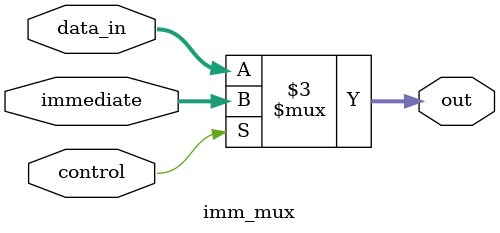
<source format=v>
module imm_mux(immediate, control, data_in, out);

input [15:0] immediate;
input control;
input [15:0] data_in;
output reg [15:0] out;



always @(control) begin
	if(control) begin
		out = immediate;
	end
	else begin
		out = data_in; // do nothing
	end
		
		
		

end
endmodule

</source>
